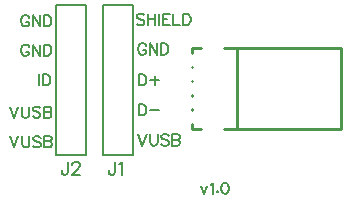
<source format=gto>
G04 Layer: TopSilkscreenLayer*
G04 EasyEDA v6.5.20, 2023-08-22 18:50:07*
G04 a67cddfb3fce44daa9051d46cbbcc19f,10*
G04 Gerber Generator version 0.2*
G04 Scale: 100 percent, Rotated: No, Reflected: No *
G04 Dimensions in millimeters *
G04 leading zeros omitted , absolute positions ,4 integer and 5 decimal *
%FSLAX45Y45*%
%MOMM*%

%ADD10C,0.2032*%
%ADD11C,0.1524*%
%ADD12C,0.2030*%
%ADD13C,0.2540*%

%LPD*%
D10*
X-751931Y348289D02*
G01*
X-756249Y357179D01*
X-765393Y366323D01*
X-774537Y370895D01*
X-792825Y370895D01*
X-801715Y366323D01*
X-810859Y357179D01*
X-815431Y348289D01*
X-820003Y334573D01*
X-820003Y311713D01*
X-815431Y298251D01*
X-810859Y289107D01*
X-801715Y279963D01*
X-792825Y275391D01*
X-774537Y275391D01*
X-765393Y279963D01*
X-756249Y289107D01*
X-751931Y298251D01*
X-751931Y311713D01*
X-774537Y311713D02*
G01*
X-751931Y311713D01*
X-721705Y370895D02*
G01*
X-721705Y275391D01*
X-721705Y370895D02*
G01*
X-658205Y275391D01*
X-658205Y370895D02*
G01*
X-658205Y275391D01*
X-628233Y370895D02*
G01*
X-628233Y275391D01*
X-628233Y370895D02*
G01*
X-596483Y370895D01*
X-582767Y366323D01*
X-573623Y357179D01*
X-569051Y348289D01*
X-564479Y334573D01*
X-564479Y311713D01*
X-569051Y298251D01*
X-573623Y289107D01*
X-582767Y279963D01*
X-596483Y275391D01*
X-628233Y275391D01*
X-751931Y598289D02*
G01*
X-756249Y607179D01*
X-765393Y616323D01*
X-774537Y620895D01*
X-792825Y620895D01*
X-801715Y616323D01*
X-810859Y607179D01*
X-815431Y598289D01*
X-820003Y584573D01*
X-820003Y561713D01*
X-815431Y548251D01*
X-810859Y539107D01*
X-801715Y529963D01*
X-792825Y525391D01*
X-774537Y525391D01*
X-765393Y529963D01*
X-756249Y539107D01*
X-751931Y548251D01*
X-751931Y561713D01*
X-774537Y561713D02*
G01*
X-751931Y561713D01*
X-721705Y620895D02*
G01*
X-721705Y525391D01*
X-721705Y620895D02*
G01*
X-658205Y525391D01*
X-658205Y620895D02*
G01*
X-658205Y525391D01*
X-628233Y620895D02*
G01*
X-628233Y525391D01*
X-628233Y620895D02*
G01*
X-596483Y620895D01*
X-582767Y616323D01*
X-573623Y607179D01*
X-569051Y598289D01*
X-564479Y584573D01*
X-564479Y561713D01*
X-569051Y548251D01*
X-573623Y539107D01*
X-582767Y529963D01*
X-596483Y525391D01*
X-628233Y525391D01*
X-668073Y121381D02*
G01*
X-668073Y25877D01*
X-638101Y121381D02*
G01*
X-638101Y25877D01*
X-638101Y121381D02*
G01*
X-606097Y121381D01*
X-592635Y116809D01*
X-583491Y107919D01*
X-578919Y98775D01*
X-574347Y85059D01*
X-574347Y62453D01*
X-578919Y48737D01*
X-583491Y39593D01*
X-592635Y30449D01*
X-606097Y25877D01*
X-638101Y25877D01*
X-917955Y-153670D02*
G01*
X-881634Y-248920D01*
X-845312Y-153670D02*
G01*
X-881634Y-248920D01*
X-815339Y-153670D02*
G01*
X-815339Y-221742D01*
X-810768Y-235457D01*
X-801623Y-244602D01*
X-787907Y-248920D01*
X-779018Y-248920D01*
X-765302Y-244602D01*
X-756157Y-235457D01*
X-751586Y-221742D01*
X-751586Y-153670D01*
X-658113Y-167131D02*
G01*
X-667004Y-158242D01*
X-680720Y-153670D01*
X-699007Y-153670D01*
X-712470Y-158242D01*
X-721613Y-167131D01*
X-721613Y-176276D01*
X-717042Y-185420D01*
X-712470Y-189992D01*
X-703579Y-194563D01*
X-676147Y-203454D01*
X-667004Y-208026D01*
X-662431Y-212597D01*
X-658113Y-221742D01*
X-658113Y-235457D01*
X-667004Y-244602D01*
X-680720Y-248920D01*
X-699007Y-248920D01*
X-712470Y-244602D01*
X-721613Y-235457D01*
X-627887Y-153670D02*
G01*
X-627887Y-248920D01*
X-627887Y-153670D02*
G01*
X-586994Y-153670D01*
X-573531Y-158242D01*
X-568960Y-162560D01*
X-564387Y-171704D01*
X-564387Y-180847D01*
X-568960Y-189992D01*
X-573531Y-194563D01*
X-586994Y-199136D01*
X-627887Y-199136D02*
G01*
X-586994Y-199136D01*
X-573531Y-203454D01*
X-568960Y-208026D01*
X-564387Y-217170D01*
X-564387Y-230886D01*
X-568960Y-240029D01*
X-573531Y-244602D01*
X-586994Y-248920D01*
X-627887Y-248920D01*
X-915670Y-403352D02*
G01*
X-879094Y-498855D01*
X-842771Y-403352D02*
G01*
X-879094Y-498855D01*
X-812800Y-403352D02*
G01*
X-812800Y-471678D01*
X-808228Y-485139D01*
X-799084Y-494284D01*
X-785621Y-498855D01*
X-776478Y-498855D01*
X-762762Y-494284D01*
X-753871Y-485139D01*
X-749300Y-471678D01*
X-749300Y-403352D01*
X-655573Y-417068D02*
G01*
X-664718Y-407923D01*
X-678179Y-403352D01*
X-696468Y-403352D01*
X-710184Y-407923D01*
X-719328Y-417068D01*
X-719328Y-426212D01*
X-714755Y-435355D01*
X-710184Y-439673D01*
X-701039Y-444245D01*
X-673862Y-453389D01*
X-664718Y-457962D01*
X-660145Y-462534D01*
X-655573Y-471678D01*
X-655573Y-485139D01*
X-664718Y-494284D01*
X-678179Y-498855D01*
X-696468Y-498855D01*
X-710184Y-494284D01*
X-719328Y-485139D01*
X-625602Y-403352D02*
G01*
X-625602Y-498855D01*
X-625602Y-403352D02*
G01*
X-584707Y-403352D01*
X-570992Y-407923D01*
X-566420Y-412495D01*
X-561847Y-421639D01*
X-561847Y-430784D01*
X-566420Y-439673D01*
X-570992Y-444245D01*
X-584707Y-448818D01*
X-625602Y-448818D02*
G01*
X-584707Y-448818D01*
X-570992Y-453389D01*
X-566420Y-457962D01*
X-561847Y-467105D01*
X-561847Y-480821D01*
X-566420Y-489712D01*
X-570992Y-494284D01*
X-584707Y-498855D01*
X-625602Y-498855D01*
X169926Y-389128D02*
G01*
X206247Y-484631D01*
X242823Y-389128D02*
G01*
X206247Y-484631D01*
X272795Y-389128D02*
G01*
X272795Y-457200D01*
X277368Y-470915D01*
X286257Y-480060D01*
X299973Y-484631D01*
X309118Y-484631D01*
X322834Y-480060D01*
X331723Y-470915D01*
X336295Y-457200D01*
X336295Y-389128D01*
X430021Y-402844D02*
G01*
X420878Y-393700D01*
X407162Y-389128D01*
X389128Y-389128D01*
X375412Y-393700D01*
X366268Y-402844D01*
X366268Y-411734D01*
X370839Y-420878D01*
X375412Y-425450D01*
X384555Y-430021D01*
X411734Y-439165D01*
X420878Y-443737D01*
X425450Y-448055D01*
X430021Y-457200D01*
X430021Y-470915D01*
X420878Y-480060D01*
X407162Y-484631D01*
X389128Y-484631D01*
X375412Y-480060D01*
X366268Y-470915D01*
X459994Y-389128D02*
G01*
X459994Y-484631D01*
X459994Y-389128D02*
G01*
X500887Y-389128D01*
X514604Y-393700D01*
X519176Y-398271D01*
X523747Y-407162D01*
X523747Y-416305D01*
X519176Y-425450D01*
X514604Y-430021D01*
X500887Y-434594D01*
X459994Y-434594D02*
G01*
X500887Y-434594D01*
X514604Y-439165D01*
X519176Y-443737D01*
X523747Y-452628D01*
X523747Y-466344D01*
X519176Y-475487D01*
X514604Y-480060D01*
X500887Y-484631D01*
X459994Y-484631D01*
X175000Y-132880D02*
G01*
X175000Y-228384D01*
X175000Y-132880D02*
G01*
X206750Y-132880D01*
X220466Y-137452D01*
X229610Y-146342D01*
X234182Y-155486D01*
X238754Y-169202D01*
X238754Y-191808D01*
X234182Y-205524D01*
X229610Y-214668D01*
X220466Y-223812D01*
X206750Y-228384D01*
X175000Y-228384D01*
X268726Y-187236D02*
G01*
X350514Y-187236D01*
X175000Y121119D02*
G01*
X175000Y25615D01*
X175000Y121119D02*
G01*
X206750Y121119D01*
X220466Y116547D01*
X229610Y107657D01*
X234182Y98513D01*
X238754Y84797D01*
X238754Y62191D01*
X234182Y48475D01*
X229610Y39331D01*
X220466Y30187D01*
X206750Y25615D01*
X175000Y25615D01*
X309620Y107657D02*
G01*
X309620Y25615D01*
X268726Y66763D02*
G01*
X350514Y66763D01*
X238069Y358300D02*
G01*
X233751Y367190D01*
X224607Y376334D01*
X215463Y380906D01*
X197175Y380906D01*
X188285Y376334D01*
X179141Y367190D01*
X174569Y358300D01*
X169997Y344584D01*
X169997Y321724D01*
X174569Y308262D01*
X179141Y299118D01*
X188285Y289974D01*
X197175Y285402D01*
X215463Y285402D01*
X224607Y289974D01*
X233751Y299118D01*
X238069Y308262D01*
X238069Y321724D01*
X215463Y321724D02*
G01*
X238069Y321724D01*
X268295Y380906D02*
G01*
X268295Y285402D01*
X268295Y380906D02*
G01*
X331795Y285402D01*
X331795Y380906D02*
G01*
X331795Y285402D01*
X361767Y380906D02*
G01*
X361767Y285402D01*
X361767Y380906D02*
G01*
X393517Y380906D01*
X407233Y376334D01*
X416377Y367190D01*
X420949Y358300D01*
X425521Y344584D01*
X425521Y321724D01*
X420949Y308262D01*
X416377Y299118D01*
X407233Y289974D01*
X393517Y285402D01*
X361767Y285402D01*
X223751Y617392D02*
G01*
X214607Y626282D01*
X200891Y630854D01*
X182603Y630854D01*
X169141Y626282D01*
X159997Y617392D01*
X159997Y608248D01*
X164569Y599104D01*
X169141Y594532D01*
X178285Y589960D01*
X205463Y580816D01*
X214607Y576498D01*
X219179Y571926D01*
X223751Y562782D01*
X223751Y549066D01*
X214607Y539922D01*
X200891Y535350D01*
X182603Y535350D01*
X169141Y539922D01*
X159997Y549066D01*
X253723Y630854D02*
G01*
X253723Y535350D01*
X317223Y630854D02*
G01*
X317223Y535350D01*
X253723Y585388D02*
G01*
X317223Y585388D01*
X347195Y630854D02*
G01*
X347195Y535350D01*
X377167Y630854D02*
G01*
X377167Y535350D01*
X377167Y630854D02*
G01*
X436349Y630854D01*
X377167Y585388D02*
G01*
X413743Y585388D01*
X377167Y535350D02*
G01*
X436349Y535350D01*
X466321Y630854D02*
G01*
X466321Y535350D01*
X466321Y535350D02*
G01*
X520931Y535350D01*
X550903Y630854D02*
G01*
X550903Y535350D01*
X550903Y630854D02*
G01*
X582653Y630854D01*
X596369Y626282D01*
X605513Y617392D01*
X610085Y608248D01*
X614657Y594532D01*
X614657Y571926D01*
X610085Y558210D01*
X605513Y549066D01*
X596369Y539922D01*
X582653Y535350D01*
X550903Y535350D01*
X699947Y-830834D02*
G01*
X727379Y-894587D01*
X754557Y-830834D02*
G01*
X727379Y-894587D01*
X784529Y-817371D02*
G01*
X793673Y-812800D01*
X807389Y-799084D01*
X807389Y-894587D01*
X841933Y-871728D02*
G01*
X837361Y-876300D01*
X841933Y-880871D01*
X846251Y-876300D01*
X841933Y-871728D01*
X903655Y-799084D02*
G01*
X889939Y-803655D01*
X880795Y-817371D01*
X876477Y-839978D01*
X876477Y-853694D01*
X880795Y-876300D01*
X889939Y-890015D01*
X903655Y-894587D01*
X912799Y-894587D01*
X926261Y-890015D01*
X935405Y-876300D01*
X939977Y-853694D01*
X939977Y-839978D01*
X935405Y-817371D01*
X926261Y-803655D01*
X912799Y-799084D01*
X903655Y-799084D01*
D11*
X-424929Y-622416D02*
G01*
X-424929Y-705474D01*
X-430263Y-721222D01*
X-435343Y-726302D01*
X-445757Y-731382D01*
X-456171Y-731382D01*
X-466585Y-726302D01*
X-471919Y-721222D01*
X-476999Y-705474D01*
X-476999Y-695060D01*
X-385559Y-648324D02*
G01*
X-385559Y-643244D01*
X-380479Y-632830D01*
X-375145Y-627496D01*
X-364731Y-622416D01*
X-343903Y-622416D01*
X-333489Y-627496D01*
X-328409Y-632830D01*
X-323329Y-643244D01*
X-323329Y-653658D01*
X-328409Y-664072D01*
X-338823Y-679566D01*
X-390639Y-731382D01*
X-317995Y-731382D01*
X-24930Y-622416D02*
G01*
X-24930Y-705474D01*
X-30264Y-721222D01*
X-35344Y-726302D01*
X-45758Y-731382D01*
X-56172Y-731382D01*
X-66586Y-726302D01*
X-71920Y-721222D01*
X-77000Y-705474D01*
X-77000Y-695060D01*
X9359Y-643244D02*
G01*
X19519Y-637910D01*
X35267Y-622416D01*
X35267Y-731382D01*
D10*
X-526999Y-377499D02*
G01*
X-526999Y-567999D01*
X-272999Y-567999D01*
X-272999Y702000D01*
X-526999Y702000D01*
D12*
X-526999Y702000D02*
G01*
X-526999Y-377499D01*
D10*
X-127000Y-377499D02*
G01*
X-127000Y-567999D01*
X127000Y-567999D01*
X127000Y702000D01*
X-127000Y702000D01*
D12*
X-127000Y702000D02*
G01*
X-127000Y-377499D01*
D13*
X901161Y-342861D02*
G01*
X1885665Y-342861D01*
X1885665Y342938D01*
X901161Y342938D01*
X628406Y-298107D02*
G01*
X628406Y-342892D01*
X628406Y-178107D02*
G01*
X628406Y-181876D01*
X628406Y-58107D02*
G01*
X628406Y-61876D01*
X628406Y61892D02*
G01*
X628406Y58122D01*
X628406Y181891D02*
G01*
X628406Y178122D01*
X706386Y342907D02*
G01*
X628406Y342907D01*
X628406Y298122D01*
X628406Y-342892D02*
G01*
X706386Y-342892D01*
X1003757Y340006D02*
G01*
X1003757Y-339991D01*
M02*

</source>
